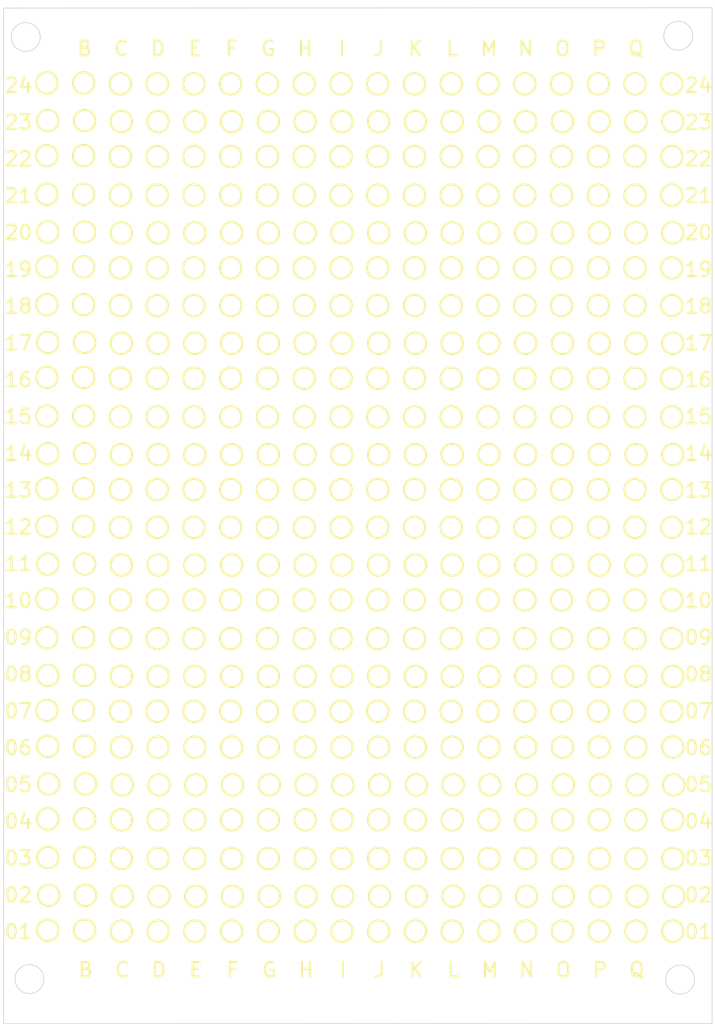
<source format=kicad_pcb>
(kicad_pcb (version 20171130) (host pcbnew "(5.1.8)-1")
  (layers (0 F.Cu signal) (31 B.Cu signal) (34 B.Paste user hide) (35 F.Paste user hide) (36 B.SilkS user hide) (37 F.SilkS user) (38 B.Mask user hide) (39 F.Mask user hide) (44 Edge.Cuts user))
  (net 0 "")
  (module aModules:through_holes_pcb_70x40-negative (layer F.Cu) (at 38.989 49.403 90)
    (fp_text reference "" hide)
    (fp_text value "" hide)
  )
  (gr_text F (at 30.353 17.907) (layer F.SilkS) (effects (font (size 1 1))))
  (gr_text F (at 30.4165 81.49197) (layer F.SilkS) (effects (font (size 1 1))))
  (gr_circle (center 30.2895 63.64847) (end 29.9085 64.28347) (layer F.SilkS) (width 0.15))
  (gr_circle (center 30.2895 43.32847) (end 29.9085 43.96347) (layer F.SilkS) (width 0.15))
  (gr_circle (center 30.353 71.14147) (end 29.972 71.77647) (layer F.SilkS) (width 0.15))
  (gr_circle (center 30.4165 68.72847) (end 30.0355 69.36347) (layer F.SilkS) (width 0.15))
  (gr_circle (center 30.353 66.12497) (end 29.972 66.75997) (layer F.SilkS) (width 0.15))
  (gr_circle (center 30.353 73.80847) (end 29.972 74.44347) (layer F.SilkS) (width 0.15))
  (gr_circle (center 30.2895 55.96497) (end 29.9085 56.59997) (layer F.SilkS) (width 0.15))
  (gr_circle (center 30.353 53.55197) (end 29.972 54.18697) (layer F.SilkS) (width 0.15))
  (gr_circle (center 30.2895 50.94847) (end 29.9085 51.58347) (layer F.SilkS) (width 0.15))
  (gr_circle (center 30.2895 35.64497) (end 29.9085 36.27997) (layer F.SilkS) (width 0.15))
  (gr_circle (center 30.353 38.24847) (end 29.972 38.88347) (layer F.SilkS) (width 0.15))
  (gr_circle (center 30.2895 58.63197) (end 29.9085 59.26697) (layer F.SilkS) (width 0.15))
  (gr_circle (center 30.353 61.23547) (end 29.972 61.87047) (layer F.SilkS) (width 0.15))
  (gr_circle (center 30.2895 48.34497) (end 29.9085 48.97997) (layer F.SilkS) (width 0.15))
  (gr_circle (center 30.353 45.93197) (end 29.972 46.56697) (layer F.SilkS) (width 0.15))
  (gr_circle (center 30.353 78.82497) (end 29.972 79.45997) (layer F.SilkS) (width 0.15))
  (gr_circle (center 30.4165 76.41197) (end 30.0355 77.04697) (layer F.SilkS) (width 0.15))
  (gr_circle (center 30.2895 25.35797) (end 29.9085 25.99297) (layer F.SilkS) (width 0.15))
  (gr_circle (center 30.2895 28.02497) (end 29.9085 28.65997) (layer F.SilkS) (width 0.15))
  (gr_circle (center 30.353 30.62847) (end 29.972 31.26347) (layer F.SilkS) (width 0.15))
  (gr_circle (center 30.2895 20.34147) (end 29.9085 20.97647) (layer F.SilkS) (width 0.15))
  (gr_circle (center 30.353 22.94497) (end 29.972 23.57997) (layer F.SilkS) (width 0.15))
  (gr_circle (center 30.2895 33.04147) (end 29.9085 33.67647) (layer F.SilkS) (width 0.15))
  (gr_circle (center 30.2895 40.66147) (end 29.9085 41.29647) (layer F.SilkS) (width 0.15))
  (gr_circle (center 16.129 17.107) (end 16.129 18.107) (layer Edge.Cuts) (width 0.05))
  (gr_circle (center 61.214 17.018) (end 61.214 18.018) (layer Edge.Cuts) (width 0.05))
  (gr_circle (center 16.383 82.131) (end 16.383 83.131) (layer Edge.Cuts) (width 0.05))
  (gr_text 24 (at 15.621 20.447) (layer F.SilkS) (effects (font (size 1 1))))
  (gr_text 16 (at 15.621 40.767) (layer F.SilkS) (effects (font (size 1 1))))
  (gr_text 12 (at 15.621 50.927) (layer F.SilkS) (effects (font (size 1 1))))
  (gr_text 08 (at 15.621 61.087) (layer F.SilkS) (effects (font (size 1 1))))
  (gr_text 22 (at 15.621 25.527) (layer F.SilkS) (effects (font (size 1 1))))
  (gr_text 19 (at 15.621 33.147) (layer F.SilkS) (effects (font (size 1 1))))
  (gr_text 20 (at 15.621 30.607) (layer F.SilkS) (effects (font (size 1 1))))
  (gr_text 11 (at 15.621 53.467) (layer F.SilkS) (effects (font (size 1 1))))
  (gr_text 21 (at 15.621 28.067) (layer F.SilkS) (effects (font (size 1 1))))
  (gr_text 23 (at 15.621 22.987) (layer F.SilkS) (effects (font (size 1 1))))
  (gr_text 10 (at 15.621 56.007) (layer F.SilkS) (effects (font (size 1 1))))
  (gr_text 18 (at 15.621 35.687) (layer F.SilkS) (effects (font (size 1 1))))
  (gr_text 15 (at 15.621 43.307) (layer F.SilkS) (effects (font (size 1 1))))
  (gr_text 14 (at 15.621 45.847) (layer F.SilkS) (effects (font (size 1 1))))
  (gr_text 13 (at 15.621 48.387) (layer F.SilkS) (effects (font (size 1 1))))
  (gr_text 09 (at 15.621 58.547) (layer F.SilkS) (effects (font (size 1 1))))
  (gr_text 17 (at 15.621 38.227) (layer F.SilkS) (effects (font (size 1 1))))
  (gr_text 04 (at 15.621 71.247) (layer F.SilkS) (effects (font (size 1 1))))
  (gr_text 03 (at 15.621 73.787) (layer F.SilkS) (effects (font (size 1 1))))
  (gr_text 01 (at 15.621 78.867) (layer F.SilkS) (effects (font (size 1 1))))
  (gr_text 07 (at 15.621 63.627) (layer F.SilkS) (effects (font (size 1 1))))
  (gr_text 06 (at 15.621 66.167) (layer F.SilkS) (effects (font (size 1 1))))
  (gr_text 02 (at 15.621 76.327) (layer F.SilkS) (effects (font (size 1 1))))
  (gr_text 05 (at 15.621 68.707) (layer F.SilkS) (effects (font (size 1 1))))
  (gr_text 24 (at 62.611 20.447) (layer F.SilkS) (effects (font (size 1 1))))
  (gr_text 23 (at 62.611 22.987) (layer F.SilkS) (effects (font (size 1 1))))
  (gr_text 22 (at 62.611 25.527) (layer F.SilkS) (effects (font (size 1 1))))
  (gr_text 21 (at 62.611 28.067) (layer F.SilkS) (effects (font (size 1 1))))
  (gr_text 20 (at 62.611 30.607) (layer F.SilkS) (effects (font (size 1 1))))
  (gr_text 19 (at 62.611 33.147) (layer F.SilkS) (effects (font (size 1 1))))
  (gr_text 18 (at 62.611 35.687) (layer F.SilkS) (effects (font (size 1 1))))
  (gr_text 17 (at 62.611 38.227) (layer F.SilkS) (effects (font (size 1 1))))
  (gr_text 16 (at 62.611 40.767) (layer F.SilkS) (effects (font (size 1 1))))
  (gr_text 15 (at 62.611 43.307) (layer F.SilkS) (effects (font (size 1 1))))
  (gr_text 14 (at 62.611 45.847) (layer F.SilkS) (effects (font (size 1 1))))
  (gr_text 13 (at 62.611 48.387) (layer F.SilkS) (effects (font (size 1 1))))
  (gr_text 12 (at 62.611 50.927) (layer F.SilkS) (effects (font (size 1 1))))
  (gr_text 11 (at 62.611 53.467) (layer F.SilkS) (effects (font (size 1 1))))
  (gr_text 10 (at 62.611 56.007) (layer F.SilkS) (effects (font (size 1 1))))
  (gr_text 09 (at 62.611 58.547) (layer F.SilkS) (effects (font (size 1 1))))
  (gr_text 08 (at 62.611 61.087) (layer F.SilkS) (effects (font (size 1 1))))
  (gr_text 07 (at 62.611 63.627) (layer F.SilkS) (effects (font (size 1 1))))
  (gr_text 06 (at 62.611 66.167) (layer F.SilkS) (effects (font (size 1 1))))
  (gr_text 05 (at 62.611 68.707) (layer F.SilkS) (effects (font (size 1 1))))
  (gr_text 04 (at 62.611 71.247) (layer F.SilkS) (effects (font (size 1 1))))
  (gr_text 03 (at 62.611 73.787) (layer F.SilkS) (effects (font (size 1 1))))
  (gr_text 02 (at 62.611 76.327) (layer F.SilkS) (effects (font (size 1 1))))
  (gr_text 01 (at 62.611 78.867) (layer F.SilkS) (effects (font (size 1 1))))
  (gr_text D (at 25.3365 81.49197) (layer F.SilkS) (effects (font (size 1 1))))
  (gr_text J (at 40.5765 81.49197) (layer F.SilkS) (effects (font (size 1 1))))
  (gr_text I (at 38.0365 81.49197) (layer F.SilkS) (effects (font (size 1 1))))
  (gr_text C (at 22.7965 81.49197) (layer F.SilkS) (effects (font (size 1 1))))
  (gr_text N (at 50.7365 81.49197) (layer F.SilkS) (effects (font (size 1 1))))
  (gr_text E (at 27.8765 81.49197) (layer F.SilkS) (effects (font (size 1 1))))
  (gr_text O (at 53.2765 81.49197) (layer F.SilkS) (effects (font (size 1 1))))
  (gr_text P (at 55.8165 81.49197) (layer F.SilkS) (effects (font (size 1 1))))
  (gr_text B (at 20.2565 81.49197) (layer F.SilkS) (effects (font (size 1 1))))
  (gr_text M (at 48.1965 81.49197) (layer F.SilkS) (effects (font (size 1 1))))
  (gr_text H (at 35.4965 81.49197) (layer F.SilkS) (effects (font (size 1 1))))
  (gr_text L (at 45.6565 81.49197) (layer F.SilkS) (effects (font (size 1 1))))
  (gr_text G (at 32.9565 81.49197) (layer F.SilkS) (effects (font (size 1 1))))
  (gr_text Q (at 58.3565 81.49197) (layer F.SilkS) (effects (font (size 1 1))))
  (gr_text K (at 43.1165 81.49197) (layer F.SilkS) (effects (font (size 1 1))))
  (gr_circle (center 43.053 61.23547) (end 42.672 61.87047) (layer F.SilkS) (width 0.15))
  (gr_circle (center 25.2095 63.64847) (end 24.8285 64.28347) (layer F.SilkS) (width 0.15))
  (gr_circle (center 27.813 61.23547) (end 27.432 61.87047) (layer F.SilkS) (width 0.15))
  (gr_circle (center 55.753 61.23547) (end 55.372 61.87047) (layer F.SilkS) (width 0.15))
  (gr_circle (center 25.2095 58.63197) (end 24.8285 59.26697) (layer F.SilkS) (width 0.15))
  (gr_circle (center 37.973 61.23547) (end 37.592 61.87047) (layer F.SilkS) (width 0.15))
  (gr_circle (center 22.6695 58.63197) (end 22.2885 59.26697) (layer F.SilkS) (width 0.15))
  (gr_circle (center 40.513 61.23547) (end 40.132 61.87047) (layer F.SilkS) (width 0.15))
  (gr_circle (center 17.653 61.17197) (end 17.272 61.80697) (layer F.SilkS) (width 0.15))
  (gr_circle (center 35.433 61.23547) (end 35.052 61.87047) (layer F.SilkS) (width 0.15))
  (gr_circle (center 53.1495 63.64847) (end 52.7685 64.28347) (layer F.SilkS) (width 0.15))
  (gr_circle (center 60.7695 63.64847) (end 60.3885 64.28347) (layer F.SilkS) (width 0.15))
  (gr_circle (center 22.733 61.23547) (end 22.352 61.87047) (layer F.SilkS) (width 0.15))
  (gr_circle (center 58.2295 63.64847) (end 57.8485 64.28347) (layer F.SilkS) (width 0.15))
  (gr_circle (center 37.9095 63.64847) (end 37.5285 64.28347) (layer F.SilkS) (width 0.15))
  (gr_circle (center 17.5895 58.56847) (end 17.2085 59.20347) (layer F.SilkS) (width 0.15))
  (gr_circle (center 20.193 61.17197) (end 19.812 61.80697) (layer F.SilkS) (width 0.15))
  (gr_circle (center 58.2295 58.63197) (end 57.8485 59.26697) (layer F.SilkS) (width 0.15))
  (gr_circle (center 22.6695 63.64847) (end 22.2885 64.28347) (layer F.SilkS) (width 0.15))
  (gr_circle (center 48.0695 63.64847) (end 47.6885 64.28347) (layer F.SilkS) (width 0.15))
  (gr_circle (center 50.6095 63.64847) (end 50.2285 64.28347) (layer F.SilkS) (width 0.15))
  (gr_circle (center 40.4495 63.64847) (end 40.0685 64.28347) (layer F.SilkS) (width 0.15))
  (gr_circle (center 60.7695 58.63197) (end 60.3885 59.26697) (layer F.SilkS) (width 0.15))
  (gr_circle (center 27.7495 58.63197) (end 27.3685 59.26697) (layer F.SilkS) (width 0.15))
  (gr_circle (center 32.8295 58.63197) (end 32.4485 59.26697) (layer F.SilkS) (width 0.15))
  (gr_circle (center 53.213 61.23547) (end 52.832 61.87047) (layer F.SilkS) (width 0.15))
  (gr_circle (center 50.6095 58.63197) (end 50.2285 59.26697) (layer F.SilkS) (width 0.15))
  (gr_circle (center 32.893 61.23547) (end 32.512 61.87047) (layer F.SilkS) (width 0.15))
  (gr_circle (center 20.1295 63.58497) (end 19.7485 64.21997) (layer F.SilkS) (width 0.15))
  (gr_circle (center 45.5295 63.64847) (end 45.1485 64.28347) (layer F.SilkS) (width 0.15))
  (gr_circle (center 48.0695 58.63197) (end 47.6885 59.26697) (layer F.SilkS) (width 0.15))
  (gr_circle (center 60.833 61.23547) (end 60.452 61.87047) (layer F.SilkS) (width 0.15))
  (gr_circle (center 40.4495 58.63197) (end 40.0685 59.26697) (layer F.SilkS) (width 0.15))
  (gr_circle (center 58.293 61.23547) (end 57.912 61.87047) (layer F.SilkS) (width 0.15))
  (gr_circle (center 20.1295 58.56847) (end 19.7485 59.20347) (layer F.SilkS) (width 0.15))
  (gr_circle (center 48.133 61.23547) (end 47.752 61.87047) (layer F.SilkS) (width 0.15))
  (gr_circle (center 55.6895 58.63197) (end 55.3085 59.26697) (layer F.SilkS) (width 0.15))
  (gr_circle (center 17.5895 63.58497) (end 17.2085 64.21997) (layer F.SilkS) (width 0.15))
  (gr_circle (center 25.273 61.23547) (end 24.892 61.87047) (layer F.SilkS) (width 0.15))
  (gr_circle (center 53.1495 58.63197) (end 52.7685 59.26697) (layer F.SilkS) (width 0.15))
  (gr_circle (center 45.5295 58.63197) (end 45.1485 59.26697) (layer F.SilkS) (width 0.15))
  (gr_circle (center 55.6895 63.64847) (end 55.3085 64.28347) (layer F.SilkS) (width 0.15))
  (gr_circle (center 50.673 61.23547) (end 50.292 61.87047) (layer F.SilkS) (width 0.15))
  (gr_circle (center 27.813 66.12497) (end 27.432 66.75997) (layer F.SilkS) (width 0.15))
  (gr_circle (center 48.133 71.14147) (end 47.752 71.77647) (layer F.SilkS) (width 0.15))
  (gr_circle (center 53.2765 68.72847) (end 52.8955 69.36347) (layer F.SilkS) (width 0.15))
  (gr_circle (center 53.213 66.12497) (end 52.832 66.75997) (layer F.SilkS) (width 0.15))
  (gr_circle (center 43.053 71.14147) (end 42.672 71.77647) (layer F.SilkS) (width 0.15))
  (gr_circle (center 35.433 66.12497) (end 35.052 66.75997) (layer F.SilkS) (width 0.15))
  (gr_circle (center 43.053 66.12497) (end 42.672 66.75997) (layer F.SilkS) (width 0.15))
  (gr_circle (center 37.973 66.12497) (end 37.592 66.75997) (layer F.SilkS) (width 0.15))
  (gr_circle (center 50.673 66.12497) (end 50.292 66.75997) (layer F.SilkS) (width 0.15))
  (gr_circle (center 25.273 66.12497) (end 24.892 66.75997) (layer F.SilkS) (width 0.15))
  (gr_circle (center 48.133 66.12497) (end 47.752 66.75997) (layer F.SilkS) (width 0.15))
  (gr_circle (center 35.433 71.14147) (end 35.052 71.77647) (layer F.SilkS) (width 0.15))
  (gr_circle (center 50.673 71.14147) (end 50.292 71.77647) (layer F.SilkS) (width 0.15))
  (gr_circle (center 37.973 71.14147) (end 37.592 71.77647) (layer F.SilkS) (width 0.15))
  (gr_circle (center 40.513 66.12497) (end 40.132 66.75997) (layer F.SilkS) (width 0.15))
  (gr_circle (center 40.513 71.14147) (end 40.132 71.77647) (layer F.SilkS) (width 0.15))
  (gr_circle (center 55.753 66.12497) (end 55.372 66.75997) (layer F.SilkS) (width 0.15))
  (gr_circle (center 58.293 66.12497) (end 57.912 66.75997) (layer F.SilkS) (width 0.15))
  (gr_circle (center 17.653 66.06147) (end 17.272 66.69647) (layer F.SilkS) (width 0.15))
  (gr_circle (center 22.733 66.12497) (end 22.352 66.75997) (layer F.SilkS) (width 0.15))
  (gr_circle (center 45.593 66.12497) (end 45.212 66.75997) (layer F.SilkS) (width 0.15))
  (gr_circle (center 20.193 66.06147) (end 19.812 66.69647) (layer F.SilkS) (width 0.15))
  (gr_circle (center 60.833 66.12497) (end 60.452 66.75997) (layer F.SilkS) (width 0.15))
  (gr_circle (center 27.8765 68.72847) (end 27.4955 69.36347) (layer F.SilkS) (width 0.15))
  (gr_circle (center 22.733 71.14147) (end 22.352 71.77647) (layer F.SilkS) (width 0.15))
  (gr_circle (center 17.7165 68.66497) (end 17.3355 69.29997) (layer F.SilkS) (width 0.15))
  (gr_circle (center 58.293 71.14147) (end 57.912 71.77647) (layer F.SilkS) (width 0.15))
  (gr_circle (center 60.833 71.14147) (end 60.452 71.77647) (layer F.SilkS) (width 0.15))
  (gr_circle (center 32.893 71.14147) (end 32.512 71.77647) (layer F.SilkS) (width 0.15))
  (gr_circle (center 20.2565 68.66497) (end 19.8755 69.29997) (layer F.SilkS) (width 0.15))
  (gr_circle (center 25.273 71.14147) (end 24.892 71.77647) (layer F.SilkS) (width 0.15))
  (gr_circle (center 45.593 71.14147) (end 45.212 71.77647) (layer F.SilkS) (width 0.15))
  (gr_circle (center 25.3365 68.72847) (end 24.9555 69.36347) (layer F.SilkS) (width 0.15))
  (gr_circle (center 35.433 73.80847) (end 35.052 74.44347) (layer F.SilkS) (width 0.15))
  (gr_circle (center 20.193 71.07797) (end 19.812 71.71297) (layer F.SilkS) (width 0.15))
  (gr_circle (center 45.6565 68.72847) (end 45.2755 69.36347) (layer F.SilkS) (width 0.15))
  (gr_circle (center 22.7965 68.72847) (end 22.4155 69.36347) (layer F.SilkS) (width 0.15))
  (gr_circle (center 58.3565 68.72847) (end 57.9755 69.36347) (layer F.SilkS) (width 0.15))
  (gr_circle (center 32.9565 68.72847) (end 32.5755 69.36347) (layer F.SilkS) (width 0.15))
  (gr_circle (center 27.813 71.14147) (end 27.432 71.77647) (layer F.SilkS) (width 0.15))
  (gr_circle (center 60.8965 68.72847) (end 60.5155 69.36347) (layer F.SilkS) (width 0.15))
  (gr_circle (center 55.8165 68.72847) (end 55.4355 69.36347) (layer F.SilkS) (width 0.15))
  (gr_circle (center 43.053 73.80847) (end 42.672 74.44347) (layer F.SilkS) (width 0.15))
  (gr_circle (center 37.973 73.80847) (end 37.592 74.44347) (layer F.SilkS) (width 0.15))
  (gr_circle (center 55.753 71.14147) (end 55.372 71.77647) (layer F.SilkS) (width 0.15))
  (gr_circle (center 32.893 66.12497) (end 32.512 66.75997) (layer F.SilkS) (width 0.15))
  (gr_circle (center 43.1165 68.72847) (end 42.7355 69.36347) (layer F.SilkS) (width 0.15))
  (gr_circle (center 50.7365 68.72847) (end 50.3555 69.36347) (layer F.SilkS) (width 0.15))
  (gr_circle (center 38.0365 68.72847) (end 37.6555 69.36347) (layer F.SilkS) (width 0.15))
  (gr_circle (center 48.1965 68.72847) (end 47.8155 69.36347) (layer F.SilkS) (width 0.15))
  (gr_circle (center 17.653 71.07797) (end 17.272 71.71297) (layer F.SilkS) (width 0.15))
  (gr_circle (center 35.4965 68.72847) (end 35.1155 69.36347) (layer F.SilkS) (width 0.15))
  (gr_circle (center 53.213 71.14147) (end 52.832 71.77647) (layer F.SilkS) (width 0.15))
  (gr_circle (center 40.5765 68.72847) (end 40.1955 69.36347) (layer F.SilkS) (width 0.15))
  (gr_circle (center 45.593 61.23547) (end 45.212 61.87047) (layer F.SilkS) (width 0.15))
  (gr_circle (center 32.8295 63.64847) (end 32.4485 64.28347) (layer F.SilkS) (width 0.15))
  (gr_circle (center 53.1495 43.32847) (end 52.7685 43.96347) (layer F.SilkS) (width 0.15))
  (gr_circle (center 17.5895 43.26497) (end 17.2085 43.89997) (layer F.SilkS) (width 0.15))
  (gr_circle (center 25.2095 43.32847) (end 24.8285 43.96347) (layer F.SilkS) (width 0.15))
  (gr_circle (center 22.733 45.93197) (end 22.352 46.56697) (layer F.SilkS) (width 0.15))
  (gr_circle (center 27.7495 63.64847) (end 27.3685 64.28347) (layer F.SilkS) (width 0.15))
  (gr_circle (center 45.593 45.93197) (end 45.212 46.56697) (layer F.SilkS) (width 0.15))
  (gr_circle (center 32.8295 43.32847) (end 32.4485 43.96347) (layer F.SilkS) (width 0.15))
  (gr_circle (center 17.653 45.86847) (end 17.272 46.50347) (layer F.SilkS) (width 0.15))
  (gr_circle (center 58.2295 43.32847) (end 57.8485 43.96347) (layer F.SilkS) (width 0.15))
  (gr_circle (center 35.433 45.93197) (end 35.052 46.56697) (layer F.SilkS) (width 0.15))
  (gr_circle (center 22.6695 43.32847) (end 22.2885 43.96347) (layer F.SilkS) (width 0.15))
  (gr_circle (center 45.5295 48.34497) (end 45.1485 48.97997) (layer F.SilkS) (width 0.15))
  (gr_circle (center 50.673 45.93197) (end 50.292 46.56697) (layer F.SilkS) (width 0.15))
  (gr_circle (center 55.753 45.93197) (end 55.372 46.56697) (layer F.SilkS) (width 0.15))
  (gr_circle (center 50.6095 43.32847) (end 50.2285 43.96347) (layer F.SilkS) (width 0.15))
  (gr_circle (center 40.513 45.93197) (end 40.132 46.56697) (layer F.SilkS) (width 0.15))
  (gr_circle (center 53.1495 48.34497) (end 52.7685 48.97997) (layer F.SilkS) (width 0.15))
  (gr_circle (center 20.193 45.86847) (end 19.812 46.50347) (layer F.SilkS) (width 0.15))
  (gr_circle (center 20.1295 43.26497) (end 19.7485 43.89997) (layer F.SilkS) (width 0.15))
  (gr_circle (center 45.5295 43.32847) (end 45.1485 43.96347) (layer F.SilkS) (width 0.15))
  (gr_circle (center 58.293 45.93197) (end 57.912 46.56697) (layer F.SilkS) (width 0.15))
  (gr_circle (center 27.7495 43.32847) (end 27.3685 43.96347) (layer F.SilkS) (width 0.15))
  (gr_circle (center 48.133 45.93197) (end 47.752 46.56697) (layer F.SilkS) (width 0.15))
  (gr_circle (center 53.213 45.93197) (end 52.832 46.56697) (layer F.SilkS) (width 0.15))
  (gr_circle (center 58.2295 48.34497) (end 57.8485 48.97997) (layer F.SilkS) (width 0.15))
  (gr_circle (center 37.973 45.93197) (end 37.592 46.56697) (layer F.SilkS) (width 0.15))
  (gr_circle (center 32.8295 48.34497) (end 32.4485 48.97997) (layer F.SilkS) (width 0.15))
  (gr_circle (center 27.7495 48.34497) (end 27.3685 48.97997) (layer F.SilkS) (width 0.15))
  (gr_circle (center 17.5895 48.28147) (end 17.2085 48.91647) (layer F.SilkS) (width 0.15))
  (gr_circle (center 25.2095 48.34497) (end 24.8285 48.97997) (layer F.SilkS) (width 0.15))
  (gr_circle (center 27.813 45.93197) (end 27.432 46.56697) (layer F.SilkS) (width 0.15))
  (gr_circle (center 55.6895 48.34497) (end 55.3085 48.97997) (layer F.SilkS) (width 0.15))
  (gr_circle (center 25.273 45.93197) (end 24.892 46.56697) (layer F.SilkS) (width 0.15))
  (gr_circle (center 60.7695 48.34497) (end 60.3885 48.97997) (layer F.SilkS) (width 0.15))
  (gr_circle (center 43.053 45.93197) (end 42.672 46.56697) (layer F.SilkS) (width 0.15))
  (gr_circle (center 22.6695 48.34497) (end 22.2885 48.97997) (layer F.SilkS) (width 0.15))
  (gr_circle (center 20.1295 48.28147) (end 19.7485 48.91647) (layer F.SilkS) (width 0.15))
  (gr_circle (center 60.833 45.93197) (end 60.452 46.56697) (layer F.SilkS) (width 0.15))
  (gr_circle (center 32.893 45.93197) (end 32.512 46.56697) (layer F.SilkS) (width 0.15))
  (gr_circle (center 40.4495 43.32847) (end 40.0685 43.96347) (layer F.SilkS) (width 0.15))
  (gr_circle (center 55.6895 43.32847) (end 55.3085 43.96347) (layer F.SilkS) (width 0.15))
  (gr_circle (center 48.0695 25.35797) (end 47.6885 25.99297) (layer F.SilkS) (width 0.15))
  (gr_circle (center 27.7495 20.34147) (end 27.3685 20.97647) (layer F.SilkS) (width 0.15))
  (gr_text P (at 55.753 17.907) (layer F.SilkS) (effects (font (size 1 1))))
  (gr_text O (at 53.213 17.907) (layer F.SilkS) (effects (font (size 1 1))))
  (gr_text B (at 20.193 17.907) (layer F.SilkS) (effects (font (size 1 1))))
  (gr_text K (at 43.053 17.907) (layer F.SilkS) (effects (font (size 1 1))))
  (gr_text D (at 25.273 17.907) (layer F.SilkS) (effects (font (size 1 1))))
  (gr_text Q (at 58.293 17.907) (layer F.SilkS) (effects (font (size 1 1))))
  (gr_text N (at 50.673 17.907) (layer F.SilkS) (effects (font (size 1 1))))
  (gr_text M (at 48.133 17.907) (layer F.SilkS) (effects (font (size 1 1))))
  (gr_text L (at 45.593 17.907) (layer F.SilkS) (effects (font (size 1 1))))
  (gr_text J (at 40.513 17.907) (layer F.SilkS) (effects (font (size 1 1))))
  (gr_text I (at 37.973 17.907) (layer F.SilkS) (effects (font (size 1 1))))
  (gr_text H (at 35.433 17.907) (layer F.SilkS) (effects (font (size 1 1))))
  (gr_text E (at 27.813 17.907) (layer F.SilkS) (effects (font (size 1 1))))
  (gr_text C (at 22.733 17.907) (layer F.SilkS) (effects (font (size 1 1))))
  (gr_text G (at 32.893 17.907) (layer F.SilkS) (effects (font (size 1 1))))
  (gr_circle (center 35.433 78.82497) (end 35.052 79.45997) (layer F.SilkS) (width 0.15))
  (gr_circle (center 43.053 78.82497) (end 42.672 79.45997) (layer F.SilkS) (width 0.15))
  (gr_circle (center 37.973 78.82497) (end 37.592 79.45997) (layer F.SilkS) (width 0.15))
  (gr_circle (center 48.133 78.82497) (end 47.752 79.45997) (layer F.SilkS) (width 0.15))
  (gr_circle (center 50.673 78.82497) (end 50.292 79.45997) (layer F.SilkS) (width 0.15))
  (gr_circle (center 40.513 78.82497) (end 40.132 79.45997) (layer F.SilkS) (width 0.15))
  (gr_circle (center 60.833 73.80847) (end 60.452 74.44347) (layer F.SilkS) (width 0.15))
  (gr_circle (center 48.133 73.80847) (end 47.752 74.44347) (layer F.SilkS) (width 0.15))
  (gr_circle (center 40.513 73.80847) (end 40.132 74.44347) (layer F.SilkS) (width 0.15))
  (gr_circle (center 55.753 73.80847) (end 55.372 74.44347) (layer F.SilkS) (width 0.15))
  (gr_circle (center 53.213 73.80847) (end 52.832 74.44347) (layer F.SilkS) (width 0.15))
  (gr_circle (center 17.653 73.74497) (end 17.272 74.37997) (layer F.SilkS) (width 0.15))
  (gr_circle (center 58.293 73.80847) (end 57.912 74.44347) (layer F.SilkS) (width 0.15))
  (gr_circle (center 25.273 73.80847) (end 24.892 74.44347) (layer F.SilkS) (width 0.15))
  (gr_circle (center 22.733 73.80847) (end 22.352 74.44347) (layer F.SilkS) (width 0.15))
  (gr_circle (center 50.673 73.80847) (end 50.292 74.44347) (layer F.SilkS) (width 0.15))
  (gr_circle (center 20.193 73.74497) (end 19.812 74.37997) (layer F.SilkS) (width 0.15))
  (gr_circle (center 53.213 22.94497) (end 52.832 23.57997) (layer F.SilkS) (width 0.15))
  (gr_circle (center 50.6095 25.35797) (end 50.2285 25.99297) (layer F.SilkS) (width 0.15))
  (gr_circle (center 42.9895 25.35797) (end 42.6085 25.99297) (layer F.SilkS) (width 0.15))
  (gr_circle (center 42.9895 20.34147) (end 42.6085 20.97647) (layer F.SilkS) (width 0.15))
  (gr_circle (center 25.2095 20.34147) (end 24.8285 20.97647) (layer F.SilkS) (width 0.15))
  (gr_circle (center 37.9095 25.35797) (end 37.5285 25.99297) (layer F.SilkS) (width 0.15))
  (gr_circle (center 40.4495 20.34147) (end 40.0685 20.97647) (layer F.SilkS) (width 0.15))
  (gr_circle (center 40.4495 25.35797) (end 40.0685 25.99297) (layer F.SilkS) (width 0.15))
  (gr_circle (center 55.6895 20.34147) (end 55.3085 20.97647) (layer F.SilkS) (width 0.15))
  (gr_circle (center 17.5895 20.27797) (end 17.2085 20.91297) (layer F.SilkS) (width 0.15))
  (gr_circle (center 45.5295 20.34147) (end 45.1485 20.97647) (layer F.SilkS) (width 0.15))
  (gr_circle (center 20.1295 20.27797) (end 19.7485 20.91297) (layer F.SilkS) (width 0.15))
  (gr_circle (center 17.653 22.88147) (end 17.272 23.51647) (layer F.SilkS) (width 0.15))
  (gr_circle (center 60.7695 25.35797) (end 60.3885 25.99297) (layer F.SilkS) (width 0.15))
  (gr_circle (center 35.3695 20.34147) (end 34.9885 20.97647) (layer F.SilkS) (width 0.15))
  (gr_circle (center 50.6095 20.34147) (end 50.2285 20.97647) (layer F.SilkS) (width 0.15))
  (gr_circle (center 48.0695 20.34147) (end 47.6885 20.97647) (layer F.SilkS) (width 0.15))
  (gr_circle (center 22.6695 20.34147) (end 22.2885 20.97647) (layer F.SilkS) (width 0.15))
  (gr_circle (center 32.8295 25.35797) (end 32.4485 25.99297) (layer F.SilkS) (width 0.15))
  (gr_circle (center 22.6695 25.35797) (end 22.2885 25.99297) (layer F.SilkS) (width 0.15))
  (gr_circle (center 37.9095 20.34147) (end 37.5285 20.97647) (layer F.SilkS) (width 0.15))
  (gr_circle (center 58.2295 20.34147) (end 57.8485 20.97647) (layer F.SilkS) (width 0.15))
  (gr_circle (center 27.813 22.94497) (end 27.432 23.57997) (layer F.SilkS) (width 0.15))
  (gr_circle (center 35.3695 25.35797) (end 34.9885 25.99297) (layer F.SilkS) (width 0.15))
  (gr_circle (center 58.2295 25.35797) (end 57.8485 25.99297) (layer F.SilkS) (width 0.15))
  (gr_circle (center 53.1495 20.34147) (end 52.7685 20.97647) (layer F.SilkS) (width 0.15))
  (gr_circle (center 20.193 22.88147) (end 19.812 23.51647) (layer F.SilkS) (width 0.15))
  (gr_circle (center 60.7695 20.34147) (end 60.3885 20.97647) (layer F.SilkS) (width 0.15))
  (gr_circle (center 17.653 30.56497) (end 17.272 31.19997) (layer F.SilkS) (width 0.15))
  (gr_circle (center 43.053 22.94497) (end 42.672 23.57997) (layer F.SilkS) (width 0.15))
  (gr_circle (center 48.133 22.94497) (end 47.752 23.57997) (layer F.SilkS) (width 0.15))
  (gr_circle (center 58.293 30.62847) (end 57.912 31.26347) (layer F.SilkS) (width 0.15))
  (gr_circle (center 53.1495 25.35797) (end 52.7685 25.99297) (layer F.SilkS) (width 0.15))
  (gr_circle (center 40.513 22.94497) (end 40.132 23.57997) (layer F.SilkS) (width 0.15))
  (gr_circle (center 48.0695 33.04147) (end 47.6885 33.67647) (layer F.SilkS) (width 0.15))
  (gr_circle (center 25.2095 25.35797) (end 24.8285 25.99297) (layer F.SilkS) (width 0.15))
  (gr_circle (center 25.273 22.94497) (end 24.892 23.57997) (layer F.SilkS) (width 0.15))
  (gr_circle (center 17.5895 25.29447) (end 17.2085 25.92947) (layer F.SilkS) (width 0.15))
  (gr_circle (center 45.5295 25.35797) (end 45.1485 25.99297) (layer F.SilkS) (width 0.15))
  (gr_circle (center 35.3695 28.02497) (end 34.9885 28.65997) (layer F.SilkS) (width 0.15))
  (gr_circle (center 50.6095 33.04147) (end 50.2285 33.67647) (layer F.SilkS) (width 0.15))
  (gr_circle (center 32.8295 28.02497) (end 32.4485 28.65997) (layer F.SilkS) (width 0.15))
  (gr_circle (center 43.053 30.62847) (end 42.672 31.26347) (layer F.SilkS) (width 0.15))
  (gr_circle (center 20.1295 25.29447) (end 19.7485 25.92947) (layer F.SilkS) (width 0.15))
  (gr_circle (center 60.833 22.94497) (end 60.452 23.57997) (layer F.SilkS) (width 0.15))
  (gr_circle (center 37.9095 28.02497) (end 37.5285 28.65997) (layer F.SilkS) (width 0.15))
  (gr_circle (center 37.973 22.94497) (end 37.592 23.57997) (layer F.SilkS) (width 0.15))
  (gr_circle (center 60.7695 28.02497) (end 60.3885 28.65997) (layer F.SilkS) (width 0.15))
  (gr_circle (center 20.1295 27.96147) (end 19.7485 28.59647) (layer F.SilkS) (width 0.15))
  (gr_circle (center 50.6095 28.02497) (end 50.2285 28.65997) (layer F.SilkS) (width 0.15))
  (gr_circle (center 53.1495 28.02497) (end 52.7685 28.65997) (layer F.SilkS) (width 0.15))
  (gr_circle (center 25.2095 28.02497) (end 24.8285 28.65997) (layer F.SilkS) (width 0.15))
  (gr_circle (center 42.9895 28.02497) (end 42.6085 28.65997) (layer F.SilkS) (width 0.15))
  (gr_circle (center 58.2295 28.02497) (end 57.8485 28.65997) (layer F.SilkS) (width 0.15))
  (gr_circle (center 22.733 22.94497) (end 22.352 23.57997) (layer F.SilkS) (width 0.15))
  (gr_circle (center 55.6895 25.35797) (end 55.3085 25.99297) (layer F.SilkS) (width 0.15))
  (gr_circle (center 37.9095 33.04147) (end 37.5285 33.67647) (layer F.SilkS) (width 0.15))
  (gr_circle (center 27.7495 28.02497) (end 27.3685 28.65997) (layer F.SilkS) (width 0.15))
  (gr_circle (center 53.1495 33.04147) (end 52.7685 33.67647) (layer F.SilkS) (width 0.15))
  (gr_circle (center 17.5895 32.97797) (end 17.2085 33.61297) (layer F.SilkS) (width 0.15))
  (gr_circle (center 45.5295 28.02497) (end 45.1485 28.65997) (layer F.SilkS) (width 0.15))
  (gr_circle (center 40.513 30.62847) (end 40.132 31.26347) (layer F.SilkS) (width 0.15))
  (gr_circle (center 22.6695 33.04147) (end 22.2885 33.67647) (layer F.SilkS) (width 0.15))
  (gr_circle (center 48.133 30.62847) (end 47.752 31.26347) (layer F.SilkS) (width 0.15))
  (gr_circle (center 45.593 22.94497) (end 45.212 23.57997) (layer F.SilkS) (width 0.15))
  (gr_circle (center 55.753 22.94497) (end 55.372 23.57997) (layer F.SilkS) (width 0.15))
  (gr_circle (center 58.293 22.94497) (end 57.912 23.57997) (layer F.SilkS) (width 0.15))
  (gr_circle (center 32.893 22.94497) (end 32.512 23.57997) (layer F.SilkS) (width 0.15))
  (gr_circle (center 27.7495 25.35797) (end 27.3685 25.99297) (layer F.SilkS) (width 0.15))
  (gr_circle (center 20.1295 32.97797) (end 19.7485 33.61297) (layer F.SilkS) (width 0.15))
  (gr_circle (center 50.673 22.94497) (end 50.292 23.57997) (layer F.SilkS) (width 0.15))
  (gr_circle (center 32.8295 20.34147) (end 32.4485 20.97647) (layer F.SilkS) (width 0.15))
  (gr_circle (center 42.9895 33.04147) (end 42.6085 33.67647) (layer F.SilkS) (width 0.15))
  (gr_circle (center 48.0695 28.02497) (end 47.6885 28.65997) (layer F.SilkS) (width 0.15))
  (gr_circle (center 17.5895 27.96147) (end 17.2085 28.59647) (layer F.SilkS) (width 0.15))
  (gr_circle (center 22.6695 28.02497) (end 22.2885 28.65997) (layer F.SilkS) (width 0.15))
  (gr_circle (center 25.2095 33.04147) (end 24.8285 33.67647) (layer F.SilkS) (width 0.15))
  (gr_circle (center 37.973 30.62847) (end 37.592 31.26347) (layer F.SilkS) (width 0.15))
  (gr_circle (center 55.6895 28.02497) (end 55.3085 28.65997) (layer F.SilkS) (width 0.15))
  (gr_circle (center 50.673 30.62847) (end 50.292 31.26347) (layer F.SilkS) (width 0.15))
  (gr_circle (center 35.433 30.62847) (end 35.052 31.26347) (layer F.SilkS) (width 0.15))
  (gr_circle (center 35.433 22.94497) (end 35.052 23.57997) (layer F.SilkS) (width 0.15))
  (gr_circle (center 35.3695 33.04147) (end 34.9885 33.67647) (layer F.SilkS) (width 0.15))
  (gr_circle (center 53.213 30.62847) (end 52.832 31.26347) (layer F.SilkS) (width 0.15))
  (gr_circle (center 27.813 30.62847) (end 27.432 31.26347) (layer F.SilkS) (width 0.15))
  (gr_circle (center 40.4495 28.02497) (end 40.0685 28.65997) (layer F.SilkS) (width 0.15))
  (gr_circle (center 40.4495 33.04147) (end 40.0685 33.67647) (layer F.SilkS) (width 0.15))
  (gr_circle (center 50.6095 35.64497) (end 50.2285 36.27997) (layer F.SilkS) (width 0.15))
  (gr_circle (center 48.0695 35.64497) (end 47.6885 36.27997) (layer F.SilkS) (width 0.15))
  (gr_circle (center 27.7495 33.04147) (end 27.3685 33.67647) (layer F.SilkS) (width 0.15))
  (gr_circle (center 37.9095 40.66147) (end 37.5285 41.29647) (layer F.SilkS) (width 0.15))
  (gr_circle (center 58.2295 33.04147) (end 57.8485 33.67647) (layer F.SilkS) (width 0.15))
  (gr_circle (center 22.733 30.62847) (end 22.352 31.26347) (layer F.SilkS) (width 0.15))
  (gr_circle (center 32.893 30.62847) (end 32.512 31.26347) (layer F.SilkS) (width 0.15))
  (gr_circle (center 55.6895 33.04147) (end 55.3085 33.67647) (layer F.SilkS) (width 0.15))
  (gr_circle (center 60.7695 33.04147) (end 60.3885 33.67647) (layer F.SilkS) (width 0.15))
  (gr_circle (center 53.213 38.24847) (end 52.832 38.88347) (layer F.SilkS) (width 0.15))
  (gr_circle (center 20.1295 35.58147) (end 19.7485 36.21647) (layer F.SilkS) (width 0.15))
  (gr_circle (center 60.7695 40.66147) (end 60.3885 41.29647) (layer F.SilkS) (width 0.15))
  (gr_circle (center 35.3695 40.66147) (end 34.9885 41.29647) (layer F.SilkS) (width 0.15))
  (gr_circle (center 25.2095 40.66147) (end 24.8285 41.29647) (layer F.SilkS) (width 0.15))
  (gr_circle (center 20.193 30.56497) (end 19.812 31.19997) (layer F.SilkS) (width 0.15))
  (gr_circle (center 40.4495 35.64497) (end 40.0685 36.27997) (layer F.SilkS) (width 0.15))
  (gr_circle (center 55.753 30.62847) (end 55.372 31.26347) (layer F.SilkS) (width 0.15))
  (gr_circle (center 45.5295 33.04147) (end 45.1485 33.67647) (layer F.SilkS) (width 0.15))
  (gr_circle (center 35.3695 35.64497) (end 34.9885 36.27997) (layer F.SilkS) (width 0.15))
  (gr_circle (center 42.9895 35.64497) (end 42.6085 36.27997) (layer F.SilkS) (width 0.15))
  (gr_circle (center 22.6695 35.64497) (end 22.2885 36.27997) (layer F.SilkS) (width 0.15))
  (gr_circle (center 25.2095 35.64497) (end 24.8285 36.27997) (layer F.SilkS) (width 0.15))
  (gr_circle (center 40.4495 40.66147) (end 40.0685 41.29647) (layer F.SilkS) (width 0.15))
  (gr_circle (center 22.6695 40.66147) (end 22.2885 41.29647) (layer F.SilkS) (width 0.15))
  (gr_circle (center 17.653 38.18497) (end 17.272 38.81997) (layer F.SilkS) (width 0.15))
  (gr_circle (center 32.8295 40.66147) (end 32.4485 41.29647) (layer F.SilkS) (width 0.15))
  (gr_circle (center 17.5895 35.58147) (end 17.2085 36.21647) (layer F.SilkS) (width 0.15))
  (gr_circle (center 25.273 30.62847) (end 24.892 31.26347) (layer F.SilkS) (width 0.15))
  (gr_circle (center 53.1495 35.64497) (end 52.7685 36.27997) (layer F.SilkS) (width 0.15))
  (gr_circle (center 42.9895 40.66147) (end 42.6085 41.29647) (layer F.SilkS) (width 0.15))
  (gr_circle (center 58.2295 35.64497) (end 57.8485 36.27997) (layer F.SilkS) (width 0.15))
  (gr_circle (center 60.833 30.62847) (end 60.452 31.26347) (layer F.SilkS) (width 0.15))
  (gr_circle (center 45.593 30.62847) (end 45.212 31.26347) (layer F.SilkS) (width 0.15))
  (gr_circle (center 32.8295 33.04147) (end 32.4485 33.67647) (layer F.SilkS) (width 0.15))
  (gr_circle (center 45.5295 40.66147) (end 45.1485 41.29647) (layer F.SilkS) (width 0.15))
  (gr_circle (center 37.9095 35.64497) (end 37.5285 36.27997) (layer F.SilkS) (width 0.15))
  (gr_circle (center 55.6895 35.64497) (end 55.3085 36.27997) (layer F.SilkS) (width 0.15))
  (gr_circle (center 27.813 38.24847) (end 27.432 38.88347) (layer F.SilkS) (width 0.15))
  (gr_circle (center 60.7695 35.64497) (end 60.3885 36.27997) (layer F.SilkS) (width 0.15))
  (gr_circle (center 58.2295 40.66147) (end 57.8485 41.29647) (layer F.SilkS) (width 0.15))
  (gr_circle (center 48.0695 40.66147) (end 47.6885 41.29647) (layer F.SilkS) (width 0.15))
  (gr_circle (center 50.6095 40.66147) (end 50.2285 41.29647) (layer F.SilkS) (width 0.15))
  (gr_circle (center 45.5295 35.64497) (end 45.1485 36.27997) (layer F.SilkS) (width 0.15))
  (gr_circle (center 20.193 38.18497) (end 19.812 38.81997) (layer F.SilkS) (width 0.15))
  (gr_circle (center 27.7495 35.64497) (end 27.3685 36.27997) (layer F.SilkS) (width 0.15))
  (gr_circle (center 50.6095 50.94847) (end 50.2285 51.58347) (layer F.SilkS) (width 0.15))
  (gr_circle (center 48.133 38.24847) (end 47.752 38.88347) (layer F.SilkS) (width 0.15))
  (gr_circle (center 35.3695 48.34497) (end 34.9885 48.97997) (layer F.SilkS) (width 0.15))
  (gr_circle (center 55.753 38.24847) (end 55.372 38.88347) (layer F.SilkS) (width 0.15))
  (gr_circle (center 35.3695 55.96497) (end 34.9885 56.59997) (layer F.SilkS) (width 0.15))
  (gr_circle (center 20.1295 40.59797) (end 19.7485 41.23297) (layer F.SilkS) (width 0.15))
  (gr_circle (center 60.7695 43.32847) (end 60.3885 43.96347) (layer F.SilkS) (width 0.15))
  (gr_circle (center 60.833 38.24847) (end 60.452 38.88347) (layer F.SilkS) (width 0.15))
  (gr_circle (center 43.053 38.24847) (end 42.672 38.88347) (layer F.SilkS) (width 0.15))
  (gr_circle (center 50.6095 48.34497) (end 50.2285 48.97997) (layer F.SilkS) (width 0.15))
  (gr_circle (center 58.293 38.24847) (end 57.912 38.88347) (layer F.SilkS) (width 0.15))
  (gr_circle (center 32.8295 35.64497) (end 32.4485 36.27997) (layer F.SilkS) (width 0.15))
  (gr_circle (center 32.893 38.24847) (end 32.512 38.88347) (layer F.SilkS) (width 0.15))
  (gr_circle (center 55.6895 40.66147) (end 55.3085 41.29647) (layer F.SilkS) (width 0.15))
  (gr_circle (center 17.5895 40.59797) (end 17.2085 41.23297) (layer F.SilkS) (width 0.15))
  (gr_circle (center 53.1495 40.66147) (end 52.7685 41.29647) (layer F.SilkS) (width 0.15))
  (gr_circle (center 42.9895 48.34497) (end 42.6085 48.97997) (layer F.SilkS) (width 0.15))
  (gr_circle (center 40.513 38.24847) (end 40.132 38.88347) (layer F.SilkS) (width 0.15))
  (gr_circle (center 27.7495 40.66147) (end 27.3685 41.29647) (layer F.SilkS) (width 0.15))
  (gr_circle (center 48.0695 50.94847) (end 47.6885 51.58347) (layer F.SilkS) (width 0.15))
  (gr_circle (center 48.0695 55.96497) (end 47.6885 56.59997) (layer F.SilkS) (width 0.15))
  (gr_circle (center 37.9095 43.32847) (end 37.5285 43.96347) (layer F.SilkS) (width 0.15))
  (gr_circle (center 37.973 38.24847) (end 37.592 38.88347) (layer F.SilkS) (width 0.15))
  (gr_circle (center 35.433 38.24847) (end 35.052 38.88347) (layer F.SilkS) (width 0.15))
  (gr_circle (center 48.0695 43.32847) (end 47.6885 43.96347) (layer F.SilkS) (width 0.15))
  (gr_circle (center 42.9895 50.94847) (end 42.6085 51.58347) (layer F.SilkS) (width 0.15))
  (gr_circle (center 25.2095 50.94847) (end 24.8285 51.58347) (layer F.SilkS) (width 0.15))
  (gr_circle (center 37.9095 48.34497) (end 37.5285 48.97997) (layer F.SilkS) (width 0.15))
  (gr_circle (center 53.213 53.55197) (end 52.832 54.18697) (layer F.SilkS) (width 0.15))
  (gr_circle (center 50.6095 55.96497) (end 50.2285 56.59997) (layer F.SilkS) (width 0.15))
  (gr_circle (center 42.9895 55.96497) (end 42.6085 56.59997) (layer F.SilkS) (width 0.15))
  (gr_circle (center 37.9095 50.94847) (end 37.5285 51.58347) (layer F.SilkS) (width 0.15))
  (gr_circle (center 25.273 38.24847) (end 24.892 38.88347) (layer F.SilkS) (width 0.15))
  (gr_circle (center 27.7495 50.94847) (end 27.3685 51.58347) (layer F.SilkS) (width 0.15))
  (gr_circle (center 35.3695 50.94847) (end 34.9885 51.58347) (layer F.SilkS) (width 0.15))
  (gr_circle (center 53.1495 50.94847) (end 52.7685 51.58347) (layer F.SilkS) (width 0.15))
  (gr_circle (center 45.593 38.24847) (end 45.212 38.88347) (layer F.SilkS) (width 0.15))
  (gr_circle (center 42.9895 43.32847) (end 42.6085 43.96347) (layer F.SilkS) (width 0.15))
  (gr_circle (center 22.733 38.24847) (end 22.352 38.88347) (layer F.SilkS) (width 0.15))
  (gr_circle (center 35.3695 43.32847) (end 34.9885 43.96347) (layer F.SilkS) (width 0.15))
  (gr_circle (center 50.673 38.24847) (end 50.292 38.88347) (layer F.SilkS) (width 0.15))
  (gr_circle (center 48.0695 48.34497) (end 47.6885 48.97997) (layer F.SilkS) (width 0.15))
  (gr_circle (center 40.4495 48.34497) (end 40.0685 48.97997) (layer F.SilkS) (width 0.15))
  (gr_circle (center 25.2095 55.96497) (end 24.8285 56.59997) (layer F.SilkS) (width 0.15))
  (gr_circle (center 35.3695 58.63197) (end 34.9885 59.26697) (layer F.SilkS) (width 0.15))
  (gr_circle (center 58.293 53.55197) (end 57.912 54.18697) (layer F.SilkS) (width 0.15))
  (gr_circle (center 55.753 53.55197) (end 55.372 54.18697) (layer F.SilkS) (width 0.15))
  (gr_circle (center 43.053 53.55197) (end 42.672 54.18697) (layer F.SilkS) (width 0.15))
  (gr_circle (center 42.9895 58.63197) (end 42.6085 59.26697) (layer F.SilkS) (width 0.15))
  (gr_circle (center 25.273 53.55197) (end 24.892 54.18697) (layer F.SilkS) (width 0.15))
  (gr_circle (center 17.5895 55.90147) (end 17.2085 56.53647) (layer F.SilkS) (width 0.15))
  (gr_circle (center 22.733 53.55197) (end 22.352 54.18697) (layer F.SilkS) (width 0.15))
  (gr_circle (center 27.7495 55.96497) (end 27.3685 56.59997) (layer F.SilkS) (width 0.15))
  (gr_circle (center 37.9095 55.96497) (end 37.5285 56.59997) (layer F.SilkS) (width 0.15))
  (gr_circle (center 20.1295 50.88497) (end 19.7485 51.51997) (layer F.SilkS) (width 0.15))
  (gr_circle (center 17.653 53.48847) (end 17.272 54.12347) (layer F.SilkS) (width 0.15))
  (gr_circle (center 60.7695 55.96497) (end 60.3885 56.59997) (layer F.SilkS) (width 0.15))
  (gr_circle (center 40.4495 50.94847) (end 40.0685 51.58347) (layer F.SilkS) (width 0.15))
  (gr_circle (center 40.4495 55.96497) (end 40.0685 56.59997) (layer F.SilkS) (width 0.15))
  (gr_circle (center 55.6895 55.96497) (end 55.3085 56.59997) (layer F.SilkS) (width 0.15))
  (gr_circle (center 55.6895 50.94847) (end 55.3085 51.58347) (layer F.SilkS) (width 0.15))
  (gr_circle (center 58.2295 50.94847) (end 57.8485 51.58347) (layer F.SilkS) (width 0.15))
  (gr_circle (center 17.5895 50.88497) (end 17.2085 51.51997) (layer F.SilkS) (width 0.15))
  (gr_circle (center 20.193 53.48847) (end 19.812 54.12347) (layer F.SilkS) (width 0.15))
  (gr_circle (center 32.893 53.55197) (end 32.512 54.18697) (layer F.SilkS) (width 0.15))
  (gr_circle (center 37.9095 58.63197) (end 37.5285 59.26697) (layer F.SilkS) (width 0.15))
  (gr_circle (center 40.513 53.55197) (end 40.132 54.18697) (layer F.SilkS) (width 0.15))
  (gr_circle (center 32.8295 50.94847) (end 32.4485 51.58347) (layer F.SilkS) (width 0.15))
  (gr_circle (center 42.9895 63.64847) (end 42.6085 64.28347) (layer F.SilkS) (width 0.15))
  (gr_circle (center 22.6695 50.94847) (end 22.2885 51.58347) (layer F.SilkS) (width 0.15))
  (gr_circle (center 45.5295 50.94847) (end 45.1485 51.58347) (layer F.SilkS) (width 0.15))
  (gr_circle (center 60.7695 50.94847) (end 60.3885 51.58347) (layer F.SilkS) (width 0.15))
  (gr_circle (center 27.813 53.55197) (end 27.432 54.18697) (layer F.SilkS) (width 0.15))
  (gr_circle (center 60.833 53.55197) (end 60.452 54.18697) (layer F.SilkS) (width 0.15))
  (gr_circle (center 22.6695 55.96497) (end 22.2885 56.59997) (layer F.SilkS) (width 0.15))
  (gr_circle (center 20.1295 55.90147) (end 19.7485 56.53647) (layer F.SilkS) (width 0.15))
  (gr_circle (center 35.433 53.55197) (end 35.052 54.18697) (layer F.SilkS) (width 0.15))
  (gr_circle (center 45.5295 55.96497) (end 45.1485 56.59997) (layer F.SilkS) (width 0.15))
  (gr_circle (center 58.2295 55.96497) (end 57.8485 56.59997) (layer F.SilkS) (width 0.15))
  (gr_circle (center 45.593 53.55197) (end 45.212 54.18697) (layer F.SilkS) (width 0.15))
  (gr_circle (center 35.3695 63.64847) (end 34.9885 64.28347) (layer F.SilkS) (width 0.15))
  (gr_circle (center 50.673 53.55197) (end 50.292 54.18697) (layer F.SilkS) (width 0.15))
  (gr_circle (center 48.133 53.55197) (end 47.752 54.18697) (layer F.SilkS) (width 0.15))
  (gr_circle (center 53.1495 55.96497) (end 52.7685 56.59997) (layer F.SilkS) (width 0.15))
  (gr_circle (center 37.973 53.55197) (end 37.592 54.18697) (layer F.SilkS) (width 0.15))
  (gr_circle (center 32.8295 55.96497) (end 32.4485 56.59997) (layer F.SilkS) (width 0.15))
  (gr_circle (center 45.593 73.80847) (end 45.212 74.44347) (layer F.SilkS) (width 0.15))
  (gr_circle (center 27.813 73.80847) (end 27.432 74.44347) (layer F.SilkS) (width 0.15))
  (gr_circle (center 53.2765 76.41197) (end 52.8955 77.04697) (layer F.SilkS) (width 0.15))
  (gr_circle (center 32.893 73.80847) (end 32.512 74.44347) (layer F.SilkS) (width 0.15))
  (gr_circle (center 50.7365 76.41197) (end 50.3555 77.04697) (layer F.SilkS) (width 0.15))
  (gr_circle (center 38.0365 76.41197) (end 37.6555 77.04697) (layer F.SilkS) (width 0.15))
  (gr_circle (center 40.5765 76.41197) (end 40.1955 77.04697) (layer F.SilkS) (width 0.15))
  (gr_circle (center 35.4965 76.41197) (end 35.1155 77.04697) (layer F.SilkS) (width 0.15))
  (gr_circle (center 43.1165 76.41197) (end 42.7355 77.04697) (layer F.SilkS) (width 0.15))
  (gr_circle (center 48.1965 76.41197) (end 47.8155 77.04697) (layer F.SilkS) (width 0.15))
  (gr_circle (center 53.213 78.82497) (end 52.832 79.45997) (layer F.SilkS) (width 0.15))
  (gr_circle (center 17.653 78.76147) (end 17.272 79.39647) (layer F.SilkS) (width 0.15))
  (gr_circle (center 22.733 78.82497) (end 22.352 79.45997) (layer F.SilkS) (width 0.15))
  (gr_circle (center 25.273 78.82497) (end 24.892 79.45997) (layer F.SilkS) (width 0.15))
  (gr_circle (center 20.193 78.76147) (end 19.812 79.39647) (layer F.SilkS) (width 0.15))
  (gr_circle (center 17.7165 76.34847) (end 17.3355 76.98347) (layer F.SilkS) (width 0.15))
  (gr_circle (center 58.3565 76.41197) (end 57.9755 77.04697) (layer F.SilkS) (width 0.15))
  (gr_circle (center 27.8765 76.41197) (end 27.4955 77.04697) (layer F.SilkS) (width 0.15))
  (gr_circle (center 58.293 78.82497) (end 57.912 79.45997) (layer F.SilkS) (width 0.15))
  (gr_circle (center 22.7965 76.41197) (end 22.4155 77.04697) (layer F.SilkS) (width 0.15))
  (gr_circle (center 32.9565 76.41197) (end 32.5755 77.04697) (layer F.SilkS) (width 0.15))
  (gr_circle (center 55.753 78.82497) (end 55.372 79.45997) (layer F.SilkS) (width 0.15))
  (gr_circle (center 25.3365 76.41197) (end 24.9555 77.04697) (layer F.SilkS) (width 0.15))
  (gr_circle (center 60.833 78.82497) (end 60.452 79.45997) (layer F.SilkS) (width 0.15))
  (gr_circle (center 20.2565 76.34847) (end 19.8755 76.98347) (layer F.SilkS) (width 0.15))
  (gr_circle (center 55.8165 76.41197) (end 55.4355 77.04697) (layer F.SilkS) (width 0.15))
  (gr_circle (center 60.8965 76.41197) (end 60.5155 77.04697) (layer F.SilkS) (width 0.15))
  (gr_circle (center 45.593 78.82497) (end 45.212 79.45997) (layer F.SilkS) (width 0.15))
  (gr_circle (center 45.6565 76.41197) (end 45.2755 77.04697) (layer F.SilkS) (width 0.15))
  (gr_circle (center 32.893 78.82497) (end 32.512 79.45997) (layer F.SilkS) (width 0.15))
  (gr_circle (center 27.813 78.82497) (end 27.432 79.45997) (layer F.SilkS) (width 0.15))
  (gr_circle (center 61.341 82.169) (end 61.341 83.169) (layer Edge.Cuts) (width 0.05))
  (gr_line (start 14.605 15.113) (end 63.5508 15.0876) (layer Edge.Cuts) (width 0.05))
  (gr_line (start 14.605 85.217) (end 14.605 15.113) (layer Edge.Cuts) (width 0.05))
  (gr_line (start 63.5508 85.1916) (end 14.605 85.217) (layer Edge.Cuts) (width 0.05))
  (gr_line (start 63.5508 15.0876) (end 63.5508 85.1916) (layer Edge.Cuts) (width 0.05))
)
</source>
